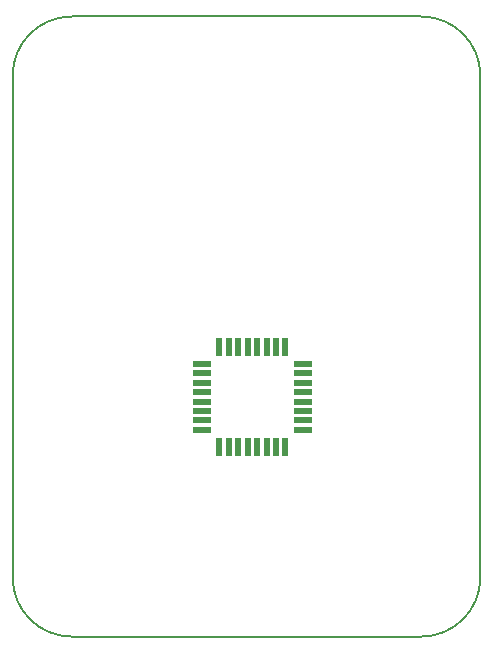
<source format=gbr>
G04 #@! TF.GenerationSoftware,KiCad,Pcbnew,5.1.4-e60b266~84~ubuntu19.04.1*
G04 #@! TF.CreationDate,2019-10-06T15:32:56+03:00*
G04 #@! TF.ProjectId,BRK-QFP-32-7x7-P0.8,42524b2d-5146-4502-9d33-322d3778372d,v1.0*
G04 #@! TF.SameCoordinates,Original*
G04 #@! TF.FileFunction,Paste,Top*
G04 #@! TF.FilePolarity,Positive*
%FSLAX46Y46*%
G04 Gerber Fmt 4.6, Leading zero omitted, Abs format (unit mm)*
G04 Created by KiCad (PCBNEW 5.1.4-e60b266~84~ubuntu19.04.1) date 2019-10-06 15:32:56*
%MOMM*%
%LPD*%
G04 APERTURE LIST*
%ADD10C,0.150000*%
%ADD11R,0.550000X1.600000*%
%ADD12R,1.600000X0.550000*%
G04 APERTURE END LIST*
D10*
X73400000Y-30400000D02*
G75*
G02X78400000Y-35400000I0J-5000000D01*
G01*
X38800000Y-35400000D02*
G75*
G02X43800000Y-30400000I5000000J0D01*
G01*
X78400000Y-77900000D02*
G75*
G02X73400000Y-82900000I-5000000J0D01*
G01*
X43800000Y-82900000D02*
G75*
G02X38800000Y-77900000I0J5000000D01*
G01*
X73400000Y-82900000D02*
X43800000Y-82900000D01*
X78400000Y-35400000D02*
X78400000Y-77900000D01*
X43800000Y-30400000D02*
X73400000Y-30400000D01*
X38800000Y-77900000D02*
X38800000Y-35400000D01*
D11*
X56300000Y-58350000D03*
X57100000Y-58350000D03*
X57900000Y-58350000D03*
X58700000Y-58350000D03*
X59500000Y-58350000D03*
X60300000Y-58350000D03*
X61100000Y-58350000D03*
X61900000Y-58350000D03*
D12*
X63350000Y-59800000D03*
X63350000Y-60600000D03*
X63350000Y-61400000D03*
X63350000Y-62200000D03*
X63350000Y-63000000D03*
X63350000Y-63800000D03*
X63350000Y-64600000D03*
X63350000Y-65400000D03*
D11*
X61900000Y-66850000D03*
X61100000Y-66850000D03*
X60300000Y-66850000D03*
X59500000Y-66850000D03*
X58700000Y-66850000D03*
X57900000Y-66850000D03*
X57100000Y-66850000D03*
X56300000Y-66850000D03*
D12*
X54850000Y-65400000D03*
X54850000Y-64600000D03*
X54850000Y-63800000D03*
X54850000Y-63000000D03*
X54850000Y-62200000D03*
X54850000Y-61400000D03*
X54850000Y-60600000D03*
X54850000Y-59800000D03*
M02*

</source>
